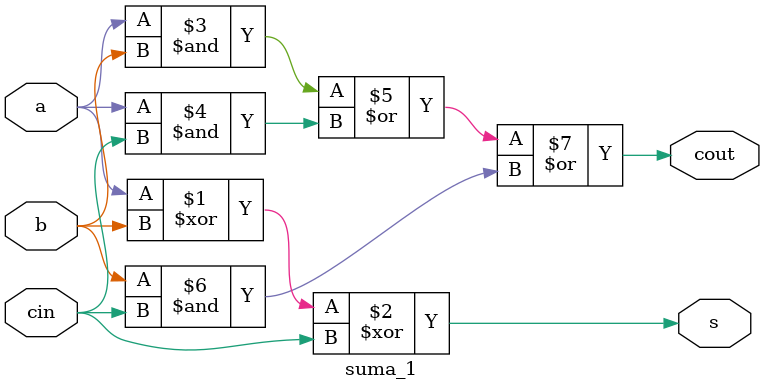
<source format=v>
`timescale 1ns / 1ps
module suma_1(input a,b,cin, output s,cout);

assign s = a ^ b ^ cin;
assign cout = a & b | a & cin | b & cin;

endmodule

</source>
